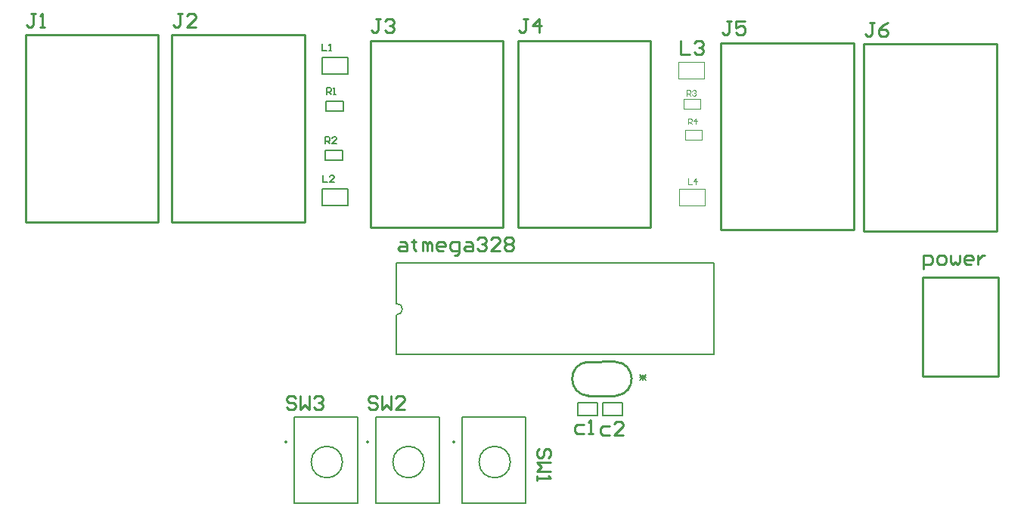
<source format=gto>
G04*
G04 #@! TF.GenerationSoftware,Altium Limited,Altium Designer,21.0.9 (235)*
G04*
G04 Layer_Color=65535*
%FSLAX25Y25*%
%MOIN*%
G70*
G04*
G04 #@! TF.SameCoordinates,50ADF09E-C92B-48F0-A8A5-EF6B86B84264*
G04*
G04*
G04 #@! TF.FilePolarity,Positive*
G04*
G01*
G75*
%ADD10C,0.00787*%
%ADD11C,0.00500*%
%ADD12C,0.01000*%
%ADD13C,0.00394*%
%ADD14C,0.00315*%
%ADD15C,0.00748*%
D10*
X265189Y306000D02*
G03*
X265189Y306000I-394J0D01*
G01*
X277575Y362083D02*
G03*
X277575Y367083I0J2500D01*
G01*
X303189Y306000D02*
G03*
X303189Y306000I-394J0D01*
G01*
X229189D02*
G03*
X229189Y306000I-394J0D01*
G01*
X277575Y344563D02*
X417575Y344563D01*
Y384917D01*
X277575Y344563D02*
Y362083D01*
Y384917D02*
X417575Y384917D01*
X277575Y367083D02*
Y384917D01*
X244724Y472000D02*
Y475740D01*
X244724D02*
X255945D01*
Y468358D02*
Y475740D01*
X244823Y468358D02*
X255945D01*
X244724D02*
Y472000D01*
X244890Y414000D02*
Y417740D01*
X244890D02*
X256110D01*
Y410358D02*
Y417740D01*
X244988Y410358D02*
X256110D01*
X244890D02*
Y414000D01*
X357307Y323354D02*
X365968D01*
Y317646D02*
Y323354D01*
X357307Y317646D02*
X365968D01*
X357307D02*
Y323354D01*
X357307Y323354D01*
X368398Y317646D02*
X377059D01*
X368398D02*
Y323354D01*
X377059D01*
Y317646D02*
Y323354D01*
X377059Y317646D02*
X377059Y317646D01*
X246457Y452032D02*
X253937D01*
X246457D02*
Y456461D01*
X253937D01*
Y452032D02*
Y456461D01*
X246122Y430236D02*
X253602D01*
X246122D02*
Y434665D01*
X253602D01*
Y430236D02*
Y434665D01*
D11*
X289705Y297142D02*
G03*
X289705Y297142I-6909J0D01*
G01*
X327705D02*
G03*
X327705Y297142I-6909J0D01*
G01*
X253705D02*
G03*
X253705Y297142I-6909J0D01*
G01*
X268500Y317000D02*
X296500D01*
X268500Y279000D02*
Y317000D01*
Y279000D02*
X296500D01*
Y317000D01*
X306500D02*
X334500D01*
X306500Y279000D02*
Y317000D01*
Y279000D02*
X334500D01*
Y317000D01*
X260500Y279000D02*
Y317000D01*
X232500Y279000D02*
X260500D01*
X232500D02*
Y317000D01*
X260500D01*
X246200Y437600D02*
Y440599D01*
X247699D01*
X248199Y440099D01*
Y439100D01*
X247699Y438600D01*
X246200D01*
X247200D02*
X248199Y437600D01*
X251198D02*
X249199D01*
X251198Y439599D01*
Y440099D01*
X250698Y440599D01*
X249699D01*
X249199Y440099D01*
X246600Y459400D02*
Y462399D01*
X248099D01*
X248599Y461899D01*
Y460899D01*
X248099Y460400D01*
X246600D01*
X247600D02*
X248599Y459400D01*
X249599D02*
X250599D01*
X250099D01*
Y462399D01*
X249599Y461899D01*
X245000Y423599D02*
Y420600D01*
X246999D01*
X249998D02*
X247999D01*
X249998Y422599D01*
Y423099D01*
X249499Y423599D01*
X248499D01*
X247999Y423099D01*
X244800Y481599D02*
Y478600D01*
X246799D01*
X247799D02*
X248799D01*
X248299D01*
Y481599D01*
X247799Y481099D01*
D12*
X374154Y326373D02*
G03*
X373848Y341383I-544J7497D01*
G01*
X361944Y341367D02*
G03*
X362250Y326357I544J-7497D01*
G01*
X483500Y481500D02*
X542000D01*
Y399000D02*
Y481500D01*
X483500Y399000D02*
X542000D01*
X483500D02*
Y481500D01*
X509303Y335094D02*
X542768D01*
X509303D02*
Y378795D01*
X542768D01*
Y335094D02*
Y378795D01*
X420500Y399500D02*
Y482000D01*
Y399500D02*
X479000D01*
Y482000D01*
X420500D02*
X479000D01*
X331000Y400500D02*
Y483000D01*
Y400500D02*
X389500D01*
Y483000D01*
X331000D02*
X389500D01*
X361846Y341415D02*
X373846Y341548D01*
X361756Y326366D02*
X373847Y326309D01*
X178500Y485500D02*
X237000D01*
Y403000D02*
Y485500D01*
X178500Y403000D02*
X237000D01*
X178500D02*
Y485500D01*
X114000D02*
X172500D01*
Y403000D02*
Y485500D01*
X114000Y403000D02*
X172500D01*
X114000D02*
Y485500D01*
X266000Y483000D02*
X324500D01*
Y400500D02*
Y483000D01*
X266000Y400500D02*
X324500D01*
X266000D02*
Y483000D01*
X487999Y490998D02*
X485999D01*
X486999D01*
Y486000D01*
X485999Y485000D01*
X485000D01*
X484000Y486000D01*
X493997Y490998D02*
X491997Y489998D01*
X489998Y487999D01*
Y486000D01*
X490998Y485000D01*
X492997D01*
X493997Y486000D01*
Y486999D01*
X492997Y487999D01*
X489998D01*
X279200Y394299D02*
X281199D01*
X282199Y393299D01*
Y390300D01*
X279200D01*
X278200Y391300D01*
X279200Y392299D01*
X282199D01*
X285198Y395298D02*
Y394299D01*
X284198D01*
X286197D01*
X285198D01*
Y391300D01*
X286197Y390300D01*
X289196D02*
Y394299D01*
X290196D01*
X291196Y393299D01*
Y390300D01*
Y393299D01*
X292196Y394299D01*
X293195Y393299D01*
Y390300D01*
X298194D02*
X296194D01*
X295195Y391300D01*
Y393299D01*
X296194Y394299D01*
X298194D01*
X299193Y393299D01*
Y392299D01*
X295195D01*
X303192Y388301D02*
X304192D01*
X305191Y389300D01*
Y394299D01*
X302192D01*
X301193Y393299D01*
Y391300D01*
X302192Y390300D01*
X305191D01*
X308190Y394299D02*
X310190D01*
X311189Y393299D01*
Y390300D01*
X308190D01*
X307191Y391300D01*
X308190Y392299D01*
X311189D01*
X313189Y395298D02*
X314188Y396298D01*
X316188D01*
X317187Y395298D01*
Y394299D01*
X316188Y393299D01*
X315188D01*
X316188D01*
X317187Y392299D01*
Y391300D01*
X316188Y390300D01*
X314188D01*
X313189Y391300D01*
X323185Y390300D02*
X319187D01*
X323185Y394299D01*
Y395298D01*
X322186Y396298D01*
X320186D01*
X319187Y395298D01*
X325185D02*
X326185Y396298D01*
X328184D01*
X329184Y395298D01*
Y394299D01*
X328184Y393299D01*
X329184Y392299D01*
Y391300D01*
X328184Y390300D01*
X326185D01*
X325185Y391300D01*
Y392299D01*
X326185Y393299D01*
X325185Y394299D01*
Y395298D01*
X326185Y393299D02*
X328184D01*
X402700Y482898D02*
Y476900D01*
X406699D01*
X408698Y481898D02*
X409698Y482898D01*
X411697D01*
X412697Y481898D01*
Y480899D01*
X411697Y479899D01*
X410697D01*
X411697D01*
X412697Y478899D01*
Y477900D01*
X411697Y476900D01*
X409698D01*
X408698Y477900D01*
X424999Y491498D02*
X422999D01*
X423999D01*
Y486500D01*
X422999Y485500D01*
X422000D01*
X421000Y486500D01*
X430997Y491498D02*
X426998D01*
Y488499D01*
X428997Y489499D01*
X429997D01*
X430997Y488499D01*
Y486500D01*
X429997Y485500D01*
X427998D01*
X426998Y486500D01*
X232999Y325198D02*
X231999Y326198D01*
X230000D01*
X229000Y325198D01*
Y324199D01*
X230000Y323199D01*
X231999D01*
X232999Y322199D01*
Y321200D01*
X231999Y320200D01*
X230000D01*
X229000Y321200D01*
X234998Y326198D02*
Y320200D01*
X236997Y322199D01*
X238997Y320200D01*
Y326198D01*
X240996Y325198D02*
X241996Y326198D01*
X243995D01*
X244995Y325198D01*
Y324199D01*
X243995Y323199D01*
X242996D01*
X243995D01*
X244995Y322199D01*
Y321200D01*
X243995Y320200D01*
X241996D01*
X240996Y321200D01*
X268999Y325198D02*
X267999Y326198D01*
X266000D01*
X265000Y325198D01*
Y324199D01*
X266000Y323199D01*
X267999D01*
X268999Y322199D01*
Y321200D01*
X267999Y320200D01*
X266000D01*
X265000Y321200D01*
X270998Y326198D02*
Y320200D01*
X272997Y322199D01*
X274997Y320200D01*
Y326198D01*
X280995Y320200D02*
X276996D01*
X280995Y324199D01*
Y325198D01*
X279995Y326198D01*
X277996D01*
X276996Y325198D01*
X344499Y298999D02*
X345499Y299999D01*
Y301998D01*
X344499Y302998D01*
X343500D01*
X342500Y301998D01*
Y299999D01*
X341500Y298999D01*
X340501D01*
X339501Y299999D01*
Y301998D01*
X340501Y302998D01*
X345499Y297000D02*
X339501D01*
X341500Y295000D01*
X339501Y293001D01*
X345499D01*
X339501Y291002D02*
Y289002D01*
Y290002D01*
X345499D01*
X344499Y291002D01*
X509800Y382301D02*
Y388299D01*
X512799D01*
X513799Y387299D01*
Y385300D01*
X512799Y384300D01*
X509800D01*
X516798D02*
X518797D01*
X519797Y385300D01*
Y387299D01*
X518797Y388299D01*
X516798D01*
X515798Y387299D01*
Y385300D01*
X516798Y384300D01*
X521796Y388299D02*
Y385300D01*
X522796Y384300D01*
X523796Y385300D01*
X524795Y384300D01*
X525795Y385300D01*
Y388299D01*
X530793Y384300D02*
X528794D01*
X527794Y385300D01*
Y387299D01*
X528794Y388299D01*
X530793D01*
X531793Y387299D01*
Y386299D01*
X527794D01*
X533792Y388299D02*
Y384300D01*
Y386299D01*
X534792Y387299D01*
X535792Y388299D01*
X536791D01*
X371500Y313000D02*
X368501D01*
X367502Y312000D01*
Y310001D01*
X368501Y309001D01*
X371500D01*
X377498D02*
X373500D01*
X377498Y313000D01*
Y313999D01*
X376499Y314999D01*
X374499D01*
X373500Y313999D01*
X360000Y313500D02*
X357001D01*
X356001Y312500D01*
Y310501D01*
X357001Y309501D01*
X360000D01*
X361999D02*
X363999D01*
X362999D01*
Y315499D01*
X361999Y314499D01*
X335499Y492498D02*
X333499D01*
X334499D01*
Y487500D01*
X333499Y486500D01*
X332500D01*
X331500Y487500D01*
X340497Y486500D02*
Y492498D01*
X337498Y489499D01*
X341497D01*
X270499Y492498D02*
X268499D01*
X269499D01*
Y487500D01*
X268499Y486500D01*
X267500D01*
X266500Y487500D01*
X272498Y491498D02*
X273498Y492498D01*
X275497D01*
X276497Y491498D01*
Y490499D01*
X275497Y489499D01*
X274497D01*
X275497D01*
X276497Y488499D01*
Y487500D01*
X275497Y486500D01*
X273498D01*
X272498Y487500D01*
X118499Y494998D02*
X116499D01*
X117499D01*
Y490000D01*
X116499Y489000D01*
X115500D01*
X114500Y490000D01*
X120498Y489000D02*
X122497D01*
X121498D01*
Y494998D01*
X120498Y493998D01*
X182999Y494998D02*
X180999D01*
X181999D01*
Y490000D01*
X180999Y489000D01*
X180000D01*
X179000Y490000D01*
X188997Y489000D02*
X184998D01*
X188997Y492999D01*
Y493998D01*
X187997Y494998D01*
X185998D01*
X184998Y493998D01*
D13*
X412102Y439236D02*
Y443665D01*
X404622D02*
X412102D01*
X404622Y439236D02*
Y443665D01*
Y439236D02*
X412102D01*
X402224Y410358D02*
Y414000D01*
X402323Y410358D02*
X413445D01*
Y417740D01*
X402224D02*
X413445D01*
X402224Y414000D02*
Y417740D01*
X403957Y453031D02*
X411437D01*
X403957D02*
Y457461D01*
X411437D01*
Y453031D02*
Y457461D01*
X401890Y466358D02*
Y470000D01*
X401988Y466358D02*
X413110D01*
Y473740D01*
X401890D02*
X413110D01*
X401890Y470000D02*
Y473740D01*
D14*
X406032Y446319D02*
Y448681D01*
X407213D01*
X407606Y448287D01*
Y447500D01*
X407213Y447106D01*
X406032D01*
X406819D02*
X407606Y446319D01*
X409574D02*
Y448681D01*
X408394Y447500D01*
X409968D01*
X405532Y458819D02*
Y461181D01*
X406713D01*
X407106Y460787D01*
Y460000D01*
X406713Y459606D01*
X405532D01*
X406319D02*
X407106Y458819D01*
X407894Y460787D02*
X408287Y461181D01*
X409074D01*
X409468Y460787D01*
Y460394D01*
X409074Y460000D01*
X408681D01*
X409074D01*
X409468Y459606D01*
Y459213D01*
X409074Y458819D01*
X408287D01*
X407894Y459213D01*
X406032Y422181D02*
Y419819D01*
X407606D01*
X409574D02*
Y422181D01*
X408394Y421000D01*
X409968D01*
D15*
X387312Y335812D02*
X384688Y333188D01*
Y335812D02*
X387312Y333188D01*
X386000Y335812D02*
Y333188D01*
X384688Y334500D02*
X387312D01*
M02*

</source>
